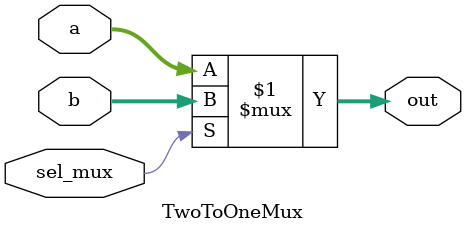
<source format=sv>
module TwoToOneMux(
  input logic [15:0] a,
  input logic [15:0] b,
  input logic sel_mux,
  output logic [15:0] out
);

assign out = sel_mux ? b : a;

endmodule

</source>
